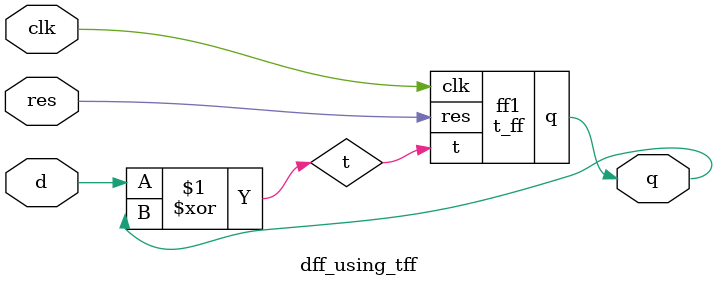
<source format=v>
module t_ff (res,clk,t,q);
input res,clk,t;
output reg q;

always @(posedge clk) begin
if (res==1) q<=0;
else begin
   if (t==1'b1) q<=~q;
   else q<=q;
end
end
endmodule

module dff_using_tff (res,clk,d,q);
input res,clk,d;
output  q;

assign t=d^q;

t_ff ff1 (.res(res),.clk(clk),.t(t),.q(q));
endmodule

</source>
